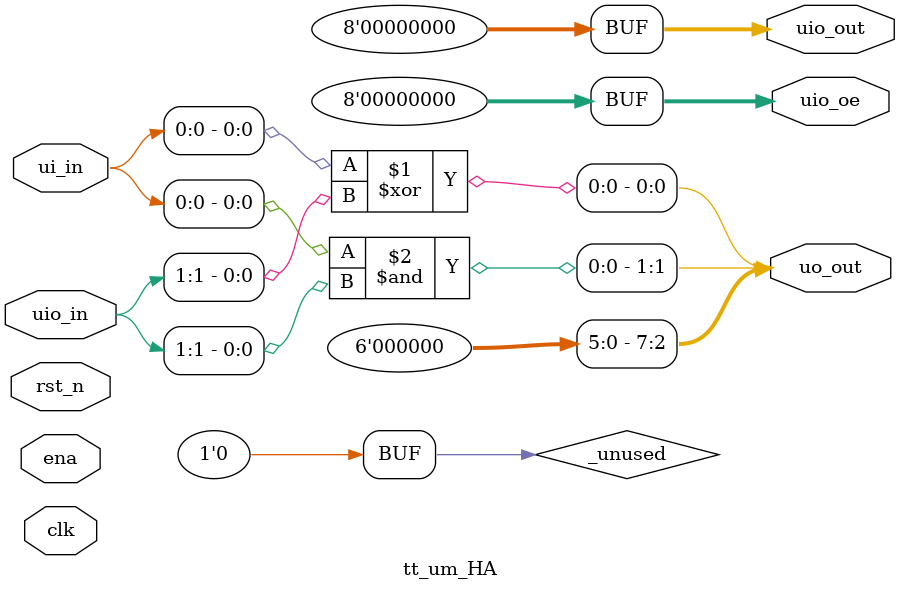
<source format=v>
/*
 * Copyright (c) 2024 Your Name
 * SPDX-License-Identifier: Apache-2.0
 */

`default_nettype none

module tt_um_HA (
    input  wire [7:0] ui_in,    // Dedicated inputs
    output wire [7:0] uo_out,   // Dedicated outputs
    input  wire [7:0] uio_in,   // IOs: Input path
    output wire [7:0] uio_out,  // IOs: Output path
    output wire [7:0] uio_oe,   // IOs: Enable path (active high: 0=input, 1=output)
    input  wire       ena,      // always 1 when the design is powered, so you can ignore it
    input  wire       clk,      // clock
    input  wire       rst_n     // reset_n - low to reset
);

  // All output pins must be assigned. If not used, assign to 0.
  assign uo_out[0]  = ui_in[0] ^ uio_in[1];  // Example: ou_out is the sum of ui_in and uio_in
  assign uo_out[1]  = ui_in[0] & uio_in[1];
 // assign ui_in[7:2] = 0;
    assign uo_out[7:2] = 6'b0;
  assign uio_out = 0;
  assign uio_oe  = 0;

  // List all unused inputs to prevent warnings
  wire _unused = &{ena, clk, rst_n, 1'b0};

endmodule

</source>
